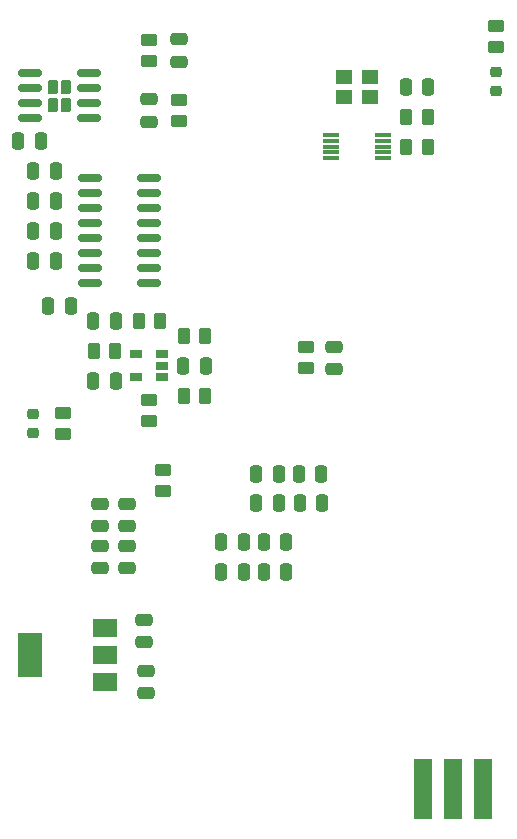
<source format=gtp>
G04 #@! TF.GenerationSoftware,KiCad,Pcbnew,(6.0.11)*
G04 #@! TF.CreationDate,2025-01-10T09:31:50+11:00*
G04 #@! TF.ProjectId,bbb,6262622e-6b69-4636-9164-5f7063625858,rev?*
G04 #@! TF.SameCoordinates,Original*
G04 #@! TF.FileFunction,Paste,Top*
G04 #@! TF.FilePolarity,Positive*
%FSLAX46Y46*%
G04 Gerber Fmt 4.6, Leading zero omitted, Abs format (unit mm)*
G04 Created by KiCad (PCBNEW (6.0.11)) date 2025-01-10 09:31:50*
%MOMM*%
%LPD*%
G01*
G04 APERTURE LIST*
G04 Aperture macros list*
%AMRoundRect*
0 Rectangle with rounded corners*
0 $1 Rounding radius*
0 $2 $3 $4 $5 $6 $7 $8 $9 X,Y pos of 4 corners*
0 Add a 4 corners polygon primitive as box body*
4,1,4,$2,$3,$4,$5,$6,$7,$8,$9,$2,$3,0*
0 Add four circle primitives for the rounded corners*
1,1,$1+$1,$2,$3*
1,1,$1+$1,$4,$5*
1,1,$1+$1,$6,$7*
1,1,$1+$1,$8,$9*
0 Add four rect primitives between the rounded corners*
20,1,$1+$1,$2,$3,$4,$5,0*
20,1,$1+$1,$4,$5,$6,$7,0*
20,1,$1+$1,$6,$7,$8,$9,0*
20,1,$1+$1,$8,$9,$2,$3,0*%
G04 Aperture macros list end*
%ADD10R,1.524000X5.080000*%
%ADD11RoundRect,0.249998X-0.450002X0.262502X-0.450002X-0.262502X0.450002X-0.262502X0.450002X0.262502X0*%
%ADD12RoundRect,0.218750X0.256250X-0.218750X0.256250X0.218750X-0.256250X0.218750X-0.256250X-0.218750X0*%
%ADD13RoundRect,0.249998X0.450002X-0.262502X0.450002X0.262502X-0.450002X0.262502X-0.450002X-0.262502X0*%
%ADD14R,1.060000X0.650000*%
%ADD15RoundRect,0.250000X0.250000X0.475000X-0.250000X0.475000X-0.250000X-0.475000X0.250000X-0.475000X0*%
%ADD16R,1.400000X0.300000*%
%ADD17R,1.400000X1.200000*%
%ADD18RoundRect,0.250000X-0.250000X-0.475000X0.250000X-0.475000X0.250000X0.475000X-0.250000X0.475000X0*%
%ADD19RoundRect,0.250000X0.475000X-0.250000X0.475000X0.250000X-0.475000X0.250000X-0.475000X-0.250000X0*%
%ADD20RoundRect,0.250000X-0.475000X0.250000X-0.475000X-0.250000X0.475000X-0.250000X0.475000X0.250000X0*%
%ADD21RoundRect,0.249998X-0.262502X-0.450002X0.262502X-0.450002X0.262502X0.450002X-0.262502X0.450002X0*%
%ADD22RoundRect,0.249998X0.262502X0.450002X-0.262502X0.450002X-0.262502X-0.450002X0.262502X-0.450002X0*%
%ADD23RoundRect,0.150000X0.825000X0.150000X-0.825000X0.150000X-0.825000X-0.150000X0.825000X-0.150000X0*%
%ADD24RoundRect,0.230000X0.230000X0.375000X-0.230000X0.375000X-0.230000X-0.375000X0.230000X-0.375000X0*%
%ADD25RoundRect,0.249999X-0.450001X0.262501X-0.450001X-0.262501X0.450001X-0.262501X0.450001X0.262501X0*%
%ADD26R,2.000000X3.800000*%
%ADD27R,2.000000X1.500000*%
G04 APERTURE END LIST*
D10*
X154635200Y-140538200D03*
X157175200Y-140538200D03*
X159715200Y-140538200D03*
D11*
X160845500Y-75897100D03*
X160845500Y-77722100D03*
D12*
X160845500Y-81407100D03*
X160845500Y-79832100D03*
D13*
X124180600Y-108663100D03*
X124180600Y-110488100D03*
D12*
X121640600Y-108788100D03*
X121640600Y-110363100D03*
D14*
X130370400Y-105648800D03*
X130370400Y-103748800D03*
X132570400Y-103748800D03*
X132570400Y-104698800D03*
X132570400Y-105648800D03*
D15*
X134330400Y-104698800D03*
X136230400Y-104698800D03*
X126710400Y-100888800D03*
X128610400Y-100888800D03*
D16*
X151221800Y-87144100D03*
X151221800Y-86644100D03*
X151221800Y-86144100D03*
X151221800Y-85644100D03*
X151221800Y-85144100D03*
X146821800Y-85144100D03*
X146821800Y-85644100D03*
X146821800Y-86144100D03*
X146821800Y-86644100D03*
X146821800Y-87144100D03*
D17*
X147921800Y-80214100D03*
X150121800Y-80214100D03*
X150121800Y-81914100D03*
X147921800Y-81914100D03*
D18*
X126710400Y-105968800D03*
X128610400Y-105968800D03*
D15*
X155051800Y-81064100D03*
X153151800Y-81064100D03*
X122900400Y-99618800D03*
X124800400Y-99618800D03*
X121630400Y-93268800D03*
X123530400Y-93268800D03*
X123530400Y-90728800D03*
X121630400Y-90728800D03*
X121630400Y-88188800D03*
X123530400Y-88188800D03*
X120360400Y-85648800D03*
X122260400Y-85648800D03*
X123530400Y-95808800D03*
X121630400Y-95808800D03*
D19*
X131470400Y-82158800D03*
X131470400Y-84058800D03*
D20*
X134010400Y-77078800D03*
X134010400Y-78978800D03*
D21*
X130557900Y-100888800D03*
X132382900Y-100888800D03*
D22*
X128572900Y-103428800D03*
X126747900Y-103428800D03*
D21*
X136192900Y-102158800D03*
X134367900Y-102158800D03*
D13*
X131470400Y-109421300D03*
X131470400Y-107596300D03*
D21*
X153189300Y-86144100D03*
X155014300Y-86144100D03*
X155014300Y-83604100D03*
X153189300Y-83604100D03*
D22*
X134367900Y-107238800D03*
X136192900Y-107238800D03*
D13*
X134010400Y-82196300D03*
X134010400Y-84021300D03*
D11*
X131470400Y-77116300D03*
X131470400Y-78941300D03*
D23*
X131405400Y-97713800D03*
X131405400Y-96443800D03*
X131405400Y-95173800D03*
X131405400Y-93903800D03*
X131405400Y-92633800D03*
X131405400Y-91363800D03*
X131405400Y-90093800D03*
X131405400Y-88823800D03*
X126455400Y-88823800D03*
X126455400Y-90093800D03*
X126455400Y-91363800D03*
X126455400Y-92633800D03*
X126455400Y-93903800D03*
X126455400Y-95173800D03*
X126455400Y-96443800D03*
X126455400Y-97713800D03*
X126325400Y-83743800D03*
X126325400Y-82473800D03*
X126325400Y-81203800D03*
X126325400Y-79933800D03*
X121375400Y-79933800D03*
X121375400Y-81203800D03*
X121375400Y-82473800D03*
X121375400Y-83743800D03*
D24*
X124420400Y-82588800D03*
X124420400Y-81088800D03*
X123280400Y-82588800D03*
X123280400Y-81088800D03*
D20*
X131013200Y-128115100D03*
X131013200Y-126215100D03*
X131140200Y-132433100D03*
X131140200Y-130533100D03*
D15*
X146098300Y-116281200D03*
X144198300Y-116281200D03*
X144137300Y-113868200D03*
X146037300Y-113868200D03*
D20*
X147116800Y-104975700D03*
X147116800Y-103075700D03*
D15*
X140515300Y-116281200D03*
X142415300Y-116281200D03*
X142415300Y-113868200D03*
X140515300Y-113868200D03*
X141165500Y-122161300D03*
X143065500Y-122161300D03*
X143065500Y-119621300D03*
X141165500Y-119621300D03*
X139443500Y-122161300D03*
X137543500Y-122161300D03*
X139443500Y-119621300D03*
X137543500Y-119621300D03*
D19*
X129565400Y-121854000D03*
X129565400Y-119954000D03*
X127279400Y-121854000D03*
X127279400Y-119954000D03*
X129565400Y-118298000D03*
X129565400Y-116398000D03*
X127279400Y-116398000D03*
X127279400Y-118298000D03*
D25*
X144729200Y-104912800D03*
X144729200Y-103087800D03*
X132588000Y-113489100D03*
X132588000Y-115314100D03*
D26*
X121386200Y-129197100D03*
D27*
X127686200Y-129197100D03*
X127686200Y-126897100D03*
X127686200Y-131497100D03*
M02*

</source>
